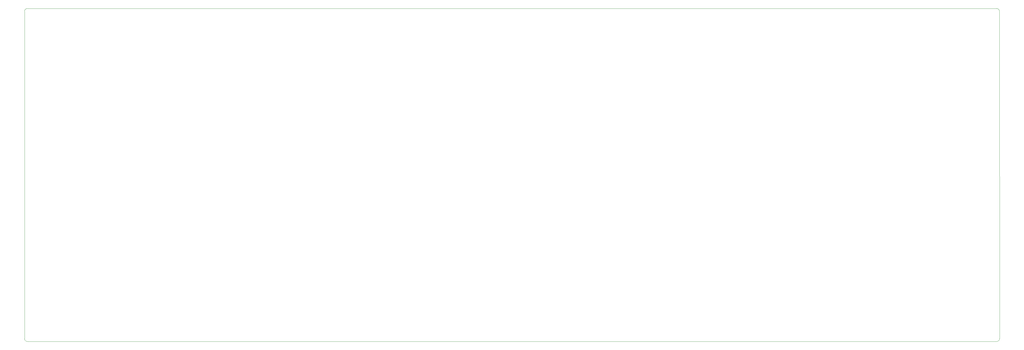
<source format=gbr>
%TF.GenerationSoftware,KiCad,Pcbnew,(7.0.0)*%
%TF.CreationDate,2023-12-21T18:15:09-08:00*%
%TF.ProjectId,Seeb61,53656562-3631-42e6-9b69-6361645f7063,rev?*%
%TF.SameCoordinates,Original*%
%TF.FileFunction,Profile,NP*%
%FSLAX46Y46*%
G04 Gerber Fmt 4.6, Leading zero omitted, Abs format (unit mm)*
G04 Created by KiCad (PCBNEW (7.0.0)) date 2023-12-21 18:15:09*
%MOMM*%
%LPD*%
G01*
G04 APERTURE LIST*
%TA.AperFunction,Profile*%
%ADD10C,0.100000*%
%TD*%
G04 APERTURE END LIST*
D10*
X178391420Y-216959580D02*
G75*
G03*
X179407420Y-217975580I1015980J-20D01*
G01*
X517271000Y-103124000D02*
X517314580Y-216959580D01*
X179407420Y-102108000D02*
X516255000Y-102108000D01*
X516298580Y-217975580D02*
G75*
G03*
X517314580Y-216959580I20J1015980D01*
G01*
X516298580Y-217975580D02*
X179407420Y-217975580D01*
X517271000Y-103124000D02*
G75*
G03*
X516255000Y-102108000I-1016000J0D01*
G01*
X178391420Y-216959580D02*
X178391420Y-103124000D01*
X179407420Y-102108020D02*
G75*
G03*
X178391420Y-103124000I-20J-1015980D01*
G01*
M02*

</source>
